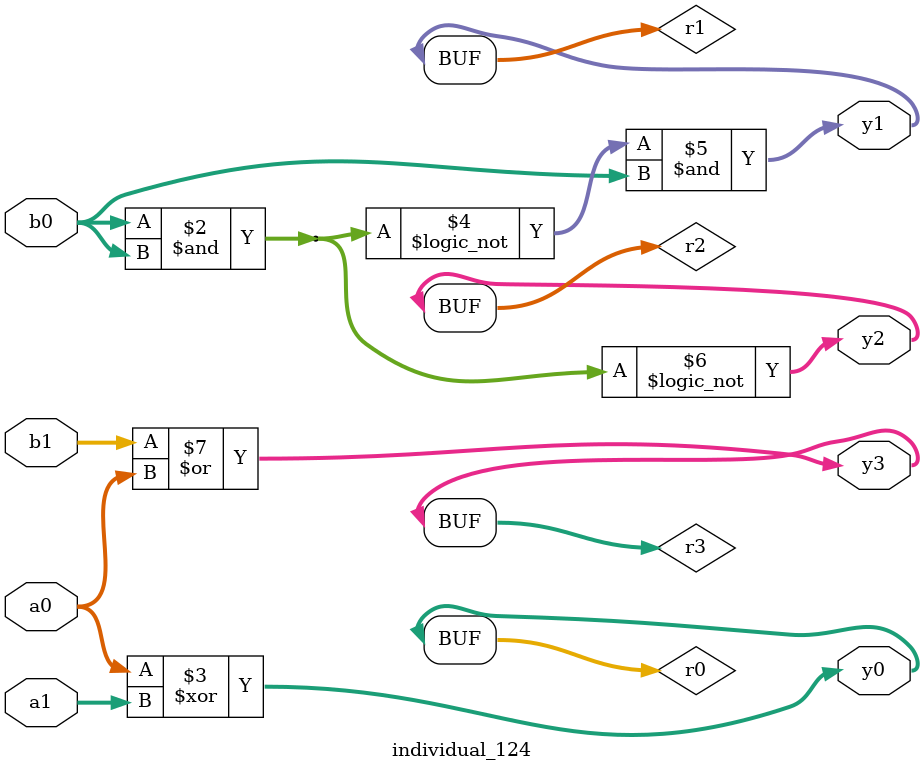
<source format=sv>
module individual_124(input logic [15:0] a1, input logic [15:0] a0, input logic [15:0] b1, input logic [15:0] b0, output logic [15:0] y3, output logic [15:0] y2, output logic [15:0] y1, output logic [15:0] y0);
logic [15:0] r0, r1, r2, r3; 
 always@(*) begin 
	 r0 = a0; r1 = a1; r2 = b0; r3 = b1; 
 	 r2  &=  b0 ;
 	 r0  ^=  a1 ;
 	 r1 = ! r2 ;
 	 r1  &=  b0 ;
 	 r2 = ! r2 ;
 	 r3  |=  a0 ;
 	 y3 = r3; y2 = r2; y1 = r1; y0 = r0; 
end
endmodule
</source>
